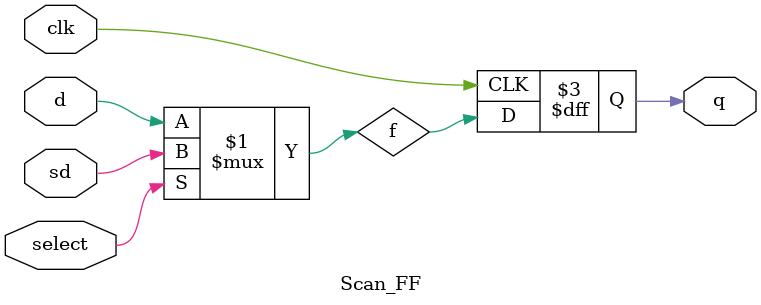
<source format=v>
`timescale 1ns/1ns

module Scan_FF(clk ,select, sd, d, q);

input clk;
input select;
input sd;
input d;
output reg q;
wire f;


assign f = (select)? sd : d;

always @(negedge clk) begin
    q <= f;
end
    
endmodule

</source>
